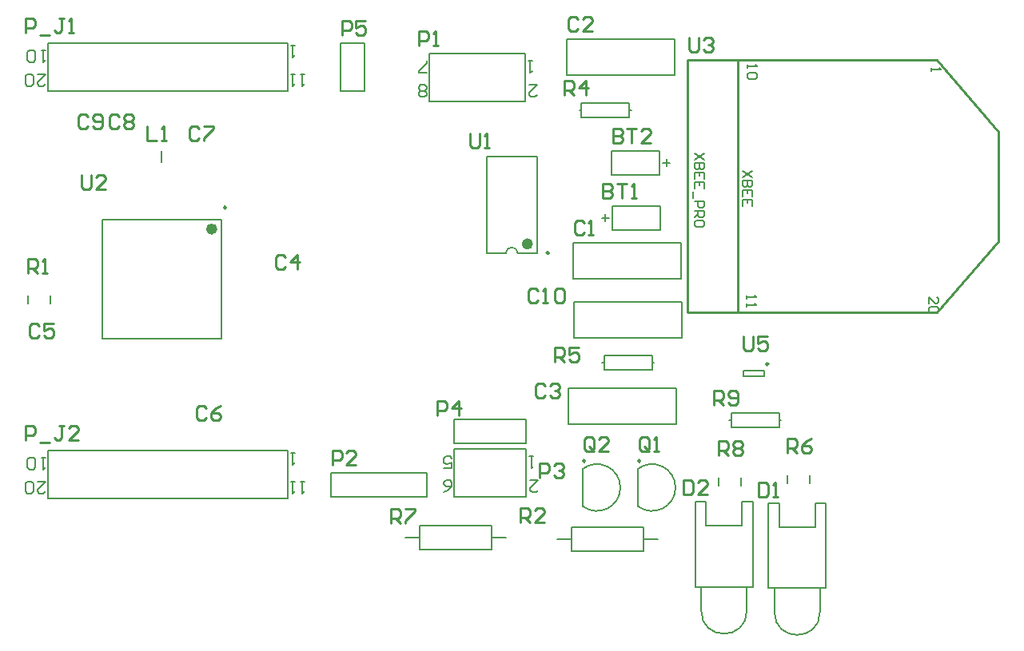
<source format=gto>
G04 Layer_Color=65535*
%FSLAX25Y25*%
%MOIN*%
G70*
G01*
G75*
%ADD17C,0.01000*%
%ADD34C,0.00500*%
%ADD35C,0.00984*%
%ADD36C,0.00787*%
%ADD37C,0.02362*%
%ADD38C,0.00800*%
%ADD39C,0.00591*%
%ADD40C,0.00700*%
D17*
X412791Y187516D02*
Y292870D01*
X391815D02*
X495791D01*
X391815Y187516D02*
Y292870D01*
X521500Y217398D02*
Y262988D01*
X495791Y187516D02*
X521500Y217398D01*
X495791Y187516D02*
X495807D01*
X391815D02*
X495791D01*
Y292870D02*
X521500Y262988D01*
X329499Y196656D02*
X328499Y197655D01*
X326500D01*
X325500Y196656D01*
Y192657D01*
X326500Y191657D01*
X328499D01*
X329499Y192657D01*
X331498Y191657D02*
X333497D01*
X332498D01*
Y197655D01*
X331498Y196656D01*
X336496D02*
X337496Y197655D01*
X339495D01*
X340495Y196656D01*
Y192657D01*
X339495Y191657D01*
X337496D01*
X336496Y192657D01*
Y196656D01*
X421500Y116498D02*
Y110500D01*
X424499D01*
X425499Y111500D01*
Y115498D01*
X424499Y116498D01*
X421500D01*
X427498Y110500D02*
X429497D01*
X428498D01*
Y116498D01*
X427498Y115498D01*
X390000Y117498D02*
Y111500D01*
X392999D01*
X393999Y112500D01*
Y116498D01*
X392999Y117498D01*
X390000D01*
X399997Y111500D02*
X395998D01*
X399997Y115499D01*
Y116498D01*
X398997Y117498D01*
X396998D01*
X395998Y116498D01*
X268000Y99500D02*
Y105498D01*
X270999D01*
X271999Y104498D01*
Y102499D01*
X270999Y101499D01*
X268000D01*
X269999D02*
X271999Y99500D01*
X273998Y105498D02*
X277997D01*
Y104498D01*
X273998Y100500D01*
Y99500D01*
X322000Y100000D02*
Y105998D01*
X324999D01*
X325999Y104998D01*
Y102999D01*
X324999Y101999D01*
X322000D01*
X323999D02*
X325999Y100000D01*
X331997D02*
X327998D01*
X331997Y103999D01*
Y104998D01*
X330997Y105998D01*
X328998D01*
X327998Y104998D01*
X332499Y156998D02*
X331499Y157998D01*
X329500D01*
X328500Y156998D01*
Y153000D01*
X329500Y152000D01*
X331499D01*
X332499Y153000D01*
X334498Y156998D02*
X335498Y157998D01*
X337497D01*
X338497Y156998D01*
Y155999D01*
X337497Y154999D01*
X336497D01*
X337497D01*
X338497Y153999D01*
Y153000D01*
X337497Y152000D01*
X335498D01*
X334498Y153000D01*
X336500Y167000D02*
Y172998D01*
X339499D01*
X340499Y171998D01*
Y169999D01*
X339499Y168999D01*
X336500D01*
X338499D02*
X340499Y167000D01*
X346497Y172998D02*
X342498D01*
Y169999D01*
X344497Y170999D01*
X345497D01*
X346497Y169999D01*
Y168000D01*
X345497Y167000D01*
X343498D01*
X342498Y168000D01*
X287500Y144500D02*
Y150498D01*
X290499D01*
X291499Y149498D01*
Y147499D01*
X290499Y146499D01*
X287500D01*
X296497Y144500D02*
Y150498D01*
X293498Y147499D01*
X297497D01*
X330000Y118500D02*
Y124498D01*
X332999D01*
X333999Y123498D01*
Y121499D01*
X332999Y120499D01*
X330000D01*
X335998Y123498D02*
X336998Y124498D01*
X338997D01*
X339997Y123498D01*
Y122499D01*
X338997Y121499D01*
X337997D01*
X338997D01*
X339997Y120499D01*
Y119500D01*
X338997Y118500D01*
X336998D01*
X335998Y119500D01*
X247600Y303400D02*
Y309398D01*
X250599D01*
X251599Y308398D01*
Y306399D01*
X250599Y305399D01*
X247600D01*
X257597Y309398D02*
X253598D01*
Y306399D01*
X255597Y307399D01*
X256597D01*
X257597Y306399D01*
Y304400D01*
X256597Y303400D01*
X254598D01*
X253598Y304400D01*
X346099Y309898D02*
X345099Y310898D01*
X343100D01*
X342100Y309898D01*
Y305900D01*
X343100Y304900D01*
X345099D01*
X346099Y305900D01*
X352097Y304900D02*
X348098D01*
X352097Y308899D01*
Y309898D01*
X351097Y310898D01*
X349098D01*
X348098Y309898D01*
X348599Y224898D02*
X347599Y225898D01*
X345600D01*
X344600Y224898D01*
Y220900D01*
X345600Y219900D01*
X347599D01*
X348599Y220900D01*
X350598Y219900D02*
X352597D01*
X351598D01*
Y225898D01*
X350598Y224898D01*
X360600Y264398D02*
Y258400D01*
X363599D01*
X364599Y259400D01*
Y260399D01*
X363599Y261399D01*
X360600D01*
X363599D01*
X364599Y262399D01*
Y263398D01*
X363599Y264398D01*
X360600D01*
X366598D02*
X370597D01*
X368597D01*
Y258400D01*
X376595D02*
X372596D01*
X376595Y262399D01*
Y263398D01*
X375595Y264398D01*
X373596D01*
X372596Y263398D01*
X356500Y241398D02*
Y235400D01*
X359499D01*
X360499Y236400D01*
Y237399D01*
X359499Y238399D01*
X356500D01*
X359499D01*
X360499Y239399D01*
Y240398D01*
X359499Y241398D01*
X356500D01*
X362498D02*
X366497D01*
X364497D01*
Y235400D01*
X368496D02*
X370496D01*
X369496D01*
Y241398D01*
X368496Y240398D01*
X415000Y177598D02*
Y172600D01*
X416000Y171600D01*
X417999D01*
X418999Y172600D01*
Y177598D01*
X424997D02*
X420998D01*
Y174599D01*
X422997Y175599D01*
X423997D01*
X424997Y174599D01*
Y172600D01*
X423997Y171600D01*
X421998D01*
X420998Y172600D01*
X433300Y129100D02*
Y135098D01*
X436299D01*
X437299Y134098D01*
Y132099D01*
X436299Y131099D01*
X433300D01*
X435299D02*
X437299Y129100D01*
X443297Y135098D02*
X441297Y134098D01*
X439298Y132099D01*
Y130100D01*
X440298Y129100D01*
X442297D01*
X443297Y130100D01*
Y131099D01*
X442297Y132099D01*
X439298D01*
X404800Y128100D02*
Y134098D01*
X407799D01*
X408799Y133098D01*
Y131099D01*
X407799Y130099D01*
X404800D01*
X406799D02*
X408799Y128100D01*
X410798Y133098D02*
X411798Y134098D01*
X413797D01*
X414797Y133098D01*
Y132099D01*
X413797Y131099D01*
X414797Y130099D01*
Y129100D01*
X413797Y128100D01*
X411798D01*
X410798Y129100D01*
Y130099D01*
X411798Y131099D01*
X410798Y132099D01*
Y133098D01*
X411798Y131099D02*
X413797D01*
X402800Y148900D02*
Y154898D01*
X405799D01*
X406799Y153898D01*
Y151899D01*
X405799Y150899D01*
X402800D01*
X404799D02*
X406799Y148900D01*
X408798Y149900D02*
X409798Y148900D01*
X411797D01*
X412797Y149900D01*
Y153898D01*
X411797Y154898D01*
X409798D01*
X408798Y153898D01*
Y152899D01*
X409798Y151899D01*
X412797D01*
X352699Y130600D02*
Y134598D01*
X351699Y135598D01*
X349700D01*
X348700Y134598D01*
Y130600D01*
X349700Y129600D01*
X351699D01*
X350699Y131599D02*
X352699Y129600D01*
X351699D02*
X352699Y130600D01*
X358697Y129600D02*
X354698D01*
X358697Y133599D01*
Y134598D01*
X357697Y135598D01*
X355698D01*
X354698Y134598D01*
X392300Y302398D02*
Y297400D01*
X393300Y296400D01*
X395299D01*
X396299Y297400D01*
Y302398D01*
X398298Y301398D02*
X399298Y302398D01*
X401297D01*
X402297Y301398D01*
Y300399D01*
X401297Y299399D01*
X400297D01*
X401297D01*
X402297Y298399D01*
Y297400D01*
X401297Y296400D01*
X399298D01*
X398298Y297400D01*
X139100Y244898D02*
Y239900D01*
X140100Y238900D01*
X142099D01*
X143099Y239900D01*
Y244898D01*
X149097Y238900D02*
X145098D01*
X149097Y242899D01*
Y243898D01*
X148097Y244898D01*
X146098D01*
X145098Y243898D01*
X301100Y262198D02*
Y257200D01*
X302100Y256200D01*
X304099D01*
X305099Y257200D01*
Y262198D01*
X307098Y256200D02*
X309097D01*
X308098D01*
Y262198D01*
X307098Y261198D01*
X340300Y278400D02*
Y284398D01*
X343299D01*
X344299Y283398D01*
Y281399D01*
X343299Y280399D01*
X340300D01*
X342299D02*
X344299Y278400D01*
X349297D02*
Y284398D01*
X346298Y281399D01*
X350297D01*
X116800Y204100D02*
Y210098D01*
X119799D01*
X120799Y209098D01*
Y207099D01*
X119799Y206099D01*
X116800D01*
X118799D02*
X120799Y204100D01*
X122798D02*
X124797D01*
X123798D01*
Y210098D01*
X122798Y209098D01*
X375699Y130600D02*
Y134598D01*
X374699Y135598D01*
X372700D01*
X371700Y134598D01*
Y130600D01*
X372700Y129600D01*
X374699D01*
X373699Y131599D02*
X375699Y129600D01*
X374699D02*
X375699Y130600D01*
X377698Y129600D02*
X379697D01*
X378698D01*
Y135598D01*
X377698Y134598D01*
X115900Y134400D02*
Y140398D01*
X118899D01*
X119899Y139398D01*
Y137399D01*
X118899Y136399D01*
X115900D01*
X121898Y133400D02*
X125897D01*
X131895Y140398D02*
X129895D01*
X130895D01*
Y135400D01*
X129895Y134400D01*
X128896D01*
X127896Y135400D01*
X137893Y134400D02*
X133894D01*
X137893Y138399D01*
Y139398D01*
X136893Y140398D01*
X134894D01*
X133894Y139398D01*
X115900Y304400D02*
Y310398D01*
X118899D01*
X119899Y309398D01*
Y307399D01*
X118899Y306399D01*
X115900D01*
X121898Y303400D02*
X125897D01*
X131895Y310398D02*
X129895D01*
X130895D01*
Y305400D01*
X129895Y304400D01*
X128896D01*
X127896Y305400D01*
X133894Y304400D02*
X135893D01*
X134894D01*
Y310398D01*
X133894Y309398D01*
X243600Y123900D02*
Y129898D01*
X246599D01*
X247599Y128898D01*
Y126899D01*
X246599Y125899D01*
X243600D01*
X253597Y123900D02*
X249598D01*
X253597Y127899D01*
Y128898D01*
X252597Y129898D01*
X250598D01*
X249598Y128898D01*
X279900Y298900D02*
Y304898D01*
X282899D01*
X283899Y303898D01*
Y301899D01*
X282899Y300899D01*
X279900D01*
X285898Y298900D02*
X287897D01*
X286898D01*
Y304898D01*
X285898Y303898D01*
X166400Y265398D02*
Y259400D01*
X170399D01*
X172398D02*
X174397D01*
X173398D01*
Y265398D01*
X172398Y264398D01*
X141699Y269198D02*
X140699Y270198D01*
X138700D01*
X137700Y269198D01*
Y265200D01*
X138700Y264200D01*
X140699D01*
X141699Y265200D01*
X143698D02*
X144698Y264200D01*
X146697D01*
X147697Y265200D01*
Y269198D01*
X146697Y270198D01*
X144698D01*
X143698Y269198D01*
Y268199D01*
X144698Y267199D01*
X147697D01*
X154699Y269198D02*
X153699Y270198D01*
X151700D01*
X150700Y269198D01*
Y265200D01*
X151700Y264200D01*
X153699D01*
X154699Y265200D01*
X156698Y269198D02*
X157698Y270198D01*
X159697D01*
X160697Y269198D01*
Y268199D01*
X159697Y267199D01*
X160697Y266199D01*
Y265200D01*
X159697Y264200D01*
X157698D01*
X156698Y265200D01*
Y266199D01*
X157698Y267199D01*
X156698Y268199D01*
Y269198D01*
X157698Y267199D02*
X159697D01*
X188251Y264298D02*
X187252Y265298D01*
X185252D01*
X184253Y264298D01*
Y260300D01*
X185252Y259300D01*
X187252D01*
X188251Y260300D01*
X190251Y265298D02*
X194249D01*
Y264298D01*
X190251Y260300D01*
Y259300D01*
X190999Y147498D02*
X189999Y148498D01*
X188000D01*
X187000Y147498D01*
Y143500D01*
X188000Y142500D01*
X189999D01*
X190999Y143500D01*
X196997Y148498D02*
X194997Y147498D01*
X192998Y145499D01*
Y143500D01*
X193998Y142500D01*
X195997D01*
X196997Y143500D01*
Y144499D01*
X195997Y145499D01*
X192998D01*
X121551Y181798D02*
X120551Y182798D01*
X118552D01*
X117552Y181798D01*
Y177800D01*
X118552Y176800D01*
X120551D01*
X121551Y177800D01*
X127549Y182798D02*
X123550D01*
Y179799D01*
X125549Y180799D01*
X126549D01*
X127549Y179799D01*
Y177800D01*
X126549Y176800D01*
X124550D01*
X123550Y177800D01*
X224199Y210683D02*
X223199Y211683D01*
X221200D01*
X220200Y210683D01*
Y206685D01*
X221200Y205685D01*
X223199D01*
X224199Y206685D01*
X229197Y205685D02*
Y211683D01*
X226198Y208684D01*
X230197D01*
D34*
X428000Y62500D02*
G03*
X447000Y62500I9500J0D01*
G01*
X397500Y63000D02*
G03*
X416500Y63000I9500J0D01*
G01*
X425500Y72500D02*
Y108000D01*
Y72500D02*
X449500D01*
Y108000D01*
X428000Y62500D02*
Y72500D01*
X447000Y62500D02*
Y72500D01*
X425500Y108000D02*
X430000D01*
Y98000D02*
Y108000D01*
Y98000D02*
X445000D01*
Y108000D01*
X449500D01*
X395000Y73000D02*
Y108500D01*
Y73000D02*
X419000D01*
Y108500D01*
X397500Y63000D02*
Y73000D01*
X416500Y63000D02*
Y73000D01*
X395000Y108500D02*
X399500D01*
Y98500D02*
Y108500D01*
Y98500D02*
X414500D01*
Y108500D01*
X419000D01*
D35*
X425504Y166035D02*
G03*
X425504Y166035I-492J0D01*
G01*
X349177Y125642D02*
G03*
X349177Y125642I-492J0D01*
G01*
X199370Y231323D02*
G03*
X199370Y231323I-492J0D01*
G01*
X333992Y212382D02*
G03*
X333992Y212382I-492J0D01*
G01*
X372177Y125642D02*
G03*
X372177Y125642I-492J0D01*
G01*
D36*
X348095Y106705D02*
G03*
X348095Y122295I5906J7795D01*
G01*
X321000Y212224D02*
G03*
X316000Y212224I-2500J0D01*
G01*
X371094Y106705D02*
G03*
X371094Y122295I5906J7795D01*
G01*
X389500Y177000D02*
Y192000D01*
X344500Y177000D02*
X389500D01*
X344500D02*
Y192000D01*
X389500D01*
X274000Y93500D02*
X280000D01*
X310000D02*
X316000D01*
X280000Y88500D02*
Y98500D01*
X310000D01*
Y88500D02*
Y98500D01*
X280000Y88500D02*
X310000D01*
X337500Y93000D02*
X343500D01*
X373500D02*
X379500D01*
X343500Y88000D02*
Y98000D01*
X373500D01*
Y88000D02*
Y98000D01*
X343500Y88000D02*
X373500D01*
X342000Y141000D02*
Y156000D01*
X387000D01*
Y141000D02*
Y156000D01*
X342000Y141000D02*
X387000D01*
X357000Y163500D02*
Y166500D01*
Y163500D02*
X377000D01*
Y169500D01*
X357000D02*
X377000D01*
X357000Y166500D02*
Y169500D01*
X377000Y166500D02*
X377900D01*
X356100D02*
X357000D01*
X294500Y143000D02*
X324500D01*
X294500Y133000D02*
Y143000D01*
Y133000D02*
X324500D01*
Y143000D01*
X294500Y110500D02*
Y130500D01*
X324500Y110500D02*
Y130500D01*
X294500Y110500D02*
X324500D01*
X294500Y130500D02*
X324500D01*
X294500D02*
X313667D01*
X247000Y280000D02*
X257000D01*
X247000D02*
Y300000D01*
X257000D01*
Y280000D02*
Y300000D01*
X386500Y286500D02*
Y301500D01*
X341500Y286500D02*
X386500D01*
X341500D02*
Y301500D01*
X386500D01*
X389000Y201500D02*
Y216500D01*
X344000Y201500D02*
X389000D01*
X344000D02*
Y216500D01*
X389000D01*
X360000Y245000D02*
X380000D01*
Y255000D01*
X360000D02*
X380000D01*
X360000Y245000D02*
Y255000D01*
X360500Y232000D02*
X380500D01*
X360500Y222000D02*
Y232000D01*
Y222000D02*
X380500D01*
Y232000D01*
X415169Y160819D02*
X423831D01*
X415169Y163181D02*
X423831D01*
X415169Y160819D02*
Y163181D01*
X423831Y160819D02*
Y163181D01*
X433276Y116425D02*
Y119575D01*
X442724Y116425D02*
Y119575D01*
X404776Y115425D02*
Y118575D01*
X414224Y115425D02*
Y118575D01*
X410000Y139500D02*
Y142500D01*
Y139500D02*
X430000D01*
Y145500D01*
X410000D02*
X430000D01*
X410000Y142500D02*
Y145500D01*
X430000Y142500D02*
X430900D01*
X409100D02*
X410000D01*
X348095Y106705D02*
Y122295D01*
X283000Y110500D02*
Y120500D01*
X243000Y110500D02*
X283000D01*
X243000Y120500D02*
X283000D01*
X243000Y110500D02*
Y120500D01*
X147697Y226303D02*
X197303D01*
X147697Y176697D02*
X197303D01*
Y226303D01*
X147697Y176697D02*
Y226303D01*
X172500Y250138D02*
Y254862D01*
X284000Y295500D02*
X324000D01*
X284000Y275500D02*
X324000D01*
Y295500D01*
X284000Y275500D02*
Y295500D01*
X126224Y191425D02*
Y194575D01*
X116776Y191425D02*
Y194575D01*
X125000Y110000D02*
X225000D01*
Y130000D01*
X125000D02*
X225000D01*
X125000Y110000D02*
Y130000D01*
X328933Y212224D02*
Y252776D01*
X308067Y212224D02*
Y252776D01*
X321000Y212224D02*
X328933D01*
X308067D02*
X316000D01*
X308067Y252776D02*
X328933D01*
X371094Y106705D02*
Y122295D01*
X347500Y269000D02*
Y272000D01*
Y269000D02*
X367500D01*
Y275000D01*
X347500D02*
X367500D01*
X347500Y272000D02*
Y275000D01*
X367500Y272000D02*
X368400D01*
X346600D02*
X347500D01*
X125000Y280000D02*
X225000D01*
Y300000D01*
X125000D02*
X225000D01*
X125000Y280000D02*
Y300000D01*
D37*
X194547Y222366D02*
G03*
X194547Y222366I-1181J0D01*
G01*
X326177Y216161D02*
G03*
X326177Y216161I-1181J0D01*
G01*
D38*
X290168Y112502D02*
X291834Y113335D01*
X293500Y115001D01*
Y116667D01*
X292667Y117500D01*
X291001D01*
X290168Y116667D01*
Y115834D01*
X291001Y115001D01*
X293500D01*
X290168Y122502D02*
X293500D01*
Y125001D01*
X291834Y124168D01*
X291001D01*
X290168Y125001D01*
Y126667D01*
X291001Y127500D01*
X292667D01*
X293500Y126667D01*
X326168Y117500D02*
X329500D01*
X326168Y114168D01*
Y113335D01*
X327001Y112502D01*
X328667D01*
X329500Y113335D01*
X327500Y127500D02*
X325834D01*
X326667D01*
Y122502D01*
X327500Y123335D01*
X325668Y282500D02*
X329000D01*
X325668Y279168D01*
Y278335D01*
X326501Y277502D01*
X328167D01*
X329000Y278335D01*
X327000Y292500D02*
X325334D01*
X326167D01*
Y287502D01*
X327000Y288335D01*
X283000Y287502D02*
X279668D01*
Y288335D01*
X283000Y291667D01*
Y292500D01*
Y278335D02*
X282167Y277502D01*
X280501D01*
X279668Y278335D01*
Y279168D01*
X280501Y280001D01*
X279668Y280834D01*
Y281667D01*
X280501Y282500D01*
X282167D01*
X283000Y281667D01*
Y280834D01*
X282167Y280001D01*
X283000Y279168D01*
Y278335D01*
X282167Y280001D02*
X280501D01*
X120668Y117000D02*
X124000D01*
X120668Y113668D01*
Y112835D01*
X121501Y112002D01*
X123167D01*
X124000Y112835D01*
X119002D02*
X118169Y112002D01*
X116502D01*
X115669Y112835D01*
Y116167D01*
X116502Y117000D01*
X118169D01*
X119002Y116167D01*
Y112835D01*
X124000Y127000D02*
X122334D01*
X123167D01*
Y122002D01*
X124000Y122835D01*
X119835D02*
X119002Y122002D01*
X117335D01*
X116502Y122835D01*
Y126167D01*
X117335Y127000D01*
X119002D01*
X119835Y126167D01*
Y122835D01*
X228000Y117000D02*
X226334D01*
X227167D01*
Y112002D01*
X228000Y112835D01*
X232000Y117000D02*
X230334D01*
X231167D01*
Y112002D01*
X232000Y112835D01*
X228000Y129000D02*
X226334D01*
X227167D01*
Y124002D01*
X228000Y124835D01*
X120668Y287000D02*
X124000D01*
X120668Y283668D01*
Y282835D01*
X121501Y282002D01*
X123167D01*
X124000Y282835D01*
X119002D02*
X118169Y282002D01*
X116502D01*
X115669Y282835D01*
Y286167D01*
X116502Y287000D01*
X118169D01*
X119002Y286167D01*
Y282835D01*
X124000Y297000D02*
X122334D01*
X123167D01*
Y292002D01*
X124000Y292835D01*
X119835D02*
X119002Y292002D01*
X117335D01*
X116502Y292835D01*
Y296167D01*
X117335Y297000D01*
X119002D01*
X119835Y296167D01*
Y292835D01*
X228000Y287000D02*
X226334D01*
X227167D01*
Y282002D01*
X228000Y282835D01*
X232000Y287000D02*
X230334D01*
X231167D01*
Y282002D01*
X232000Y282835D01*
X228000Y299000D02*
X226334D01*
X227167D01*
Y294002D01*
X228000Y294835D01*
D39*
X384449Y250009D02*
X381431D01*
X382940Y248500D02*
Y251517D01*
X356051Y226991D02*
X359069D01*
X357560Y228500D02*
Y225483D01*
D40*
X418790Y246500D02*
X414791Y243834D01*
X418790D02*
X414791Y246500D01*
X418790Y242501D02*
X414791D01*
Y240502D01*
X415458Y239836D01*
X416124D01*
X416791Y240502D01*
Y242501D01*
Y240502D01*
X417457Y239836D01*
X418124D01*
X418790Y240502D01*
Y242501D01*
Y235837D02*
Y238503D01*
X414791D01*
Y235837D01*
X416791Y238503D02*
Y237170D01*
X418790Y231838D02*
Y234504D01*
X414791D01*
Y231838D01*
X416791Y234504D02*
Y233171D01*
X398790Y254000D02*
X394791Y251334D01*
X398790D02*
X394791Y254000D01*
X398790Y250001D02*
X394791D01*
Y248002D01*
X395458Y247336D01*
X396124D01*
X396791Y248002D01*
Y250001D01*
Y248002D01*
X397457Y247336D01*
X398124D01*
X398790Y248002D01*
Y250001D01*
Y243337D02*
Y246003D01*
X394791D01*
Y243337D01*
X396791Y246003D02*
Y244670D01*
X398790Y239338D02*
Y242004D01*
X394791D01*
Y239338D01*
X396791Y242004D02*
Y240671D01*
X394125Y238005D02*
Y235339D01*
X394791Y234006D02*
X398790D01*
Y232007D01*
X398124Y231341D01*
X396791D01*
X396124Y232007D01*
Y234006D01*
X394791Y230008D02*
X398790D01*
Y228008D01*
X398124Y227342D01*
X396791D01*
X396124Y228008D01*
Y230008D01*
Y228675D02*
X394791Y227342D01*
X398790Y224010D02*
Y225343D01*
X398124Y226009D01*
X395458D01*
X394791Y225343D01*
Y224010D01*
X395458Y223343D01*
X398124D01*
X398790Y224010D01*
X493291Y289500D02*
Y288167D01*
Y288834D01*
X497290D01*
X496624Y289500D01*
X416791Y291000D02*
Y289667D01*
Y290334D01*
X420790D01*
X420124Y291000D01*
Y287668D02*
X420790Y287001D01*
Y285668D01*
X420124Y285002D01*
X417458D01*
X416791Y285668D01*
Y287001D01*
X417458Y287668D01*
X420124D01*
X416291Y194500D02*
Y193167D01*
Y193833D01*
X420290D01*
X419624Y194500D01*
X416291Y191168D02*
Y189835D01*
Y190501D01*
X420290D01*
X419624Y191168D01*
X492291Y191334D02*
Y194000D01*
X494957Y191334D01*
X495624D01*
X496290Y192001D01*
Y193333D01*
X495624Y194000D01*
Y190001D02*
X496290Y189335D01*
Y188002D01*
X495624Y187336D01*
X492958D01*
X492291Y188002D01*
Y189335D01*
X492958Y190001D01*
X495624D01*
M02*

</source>
